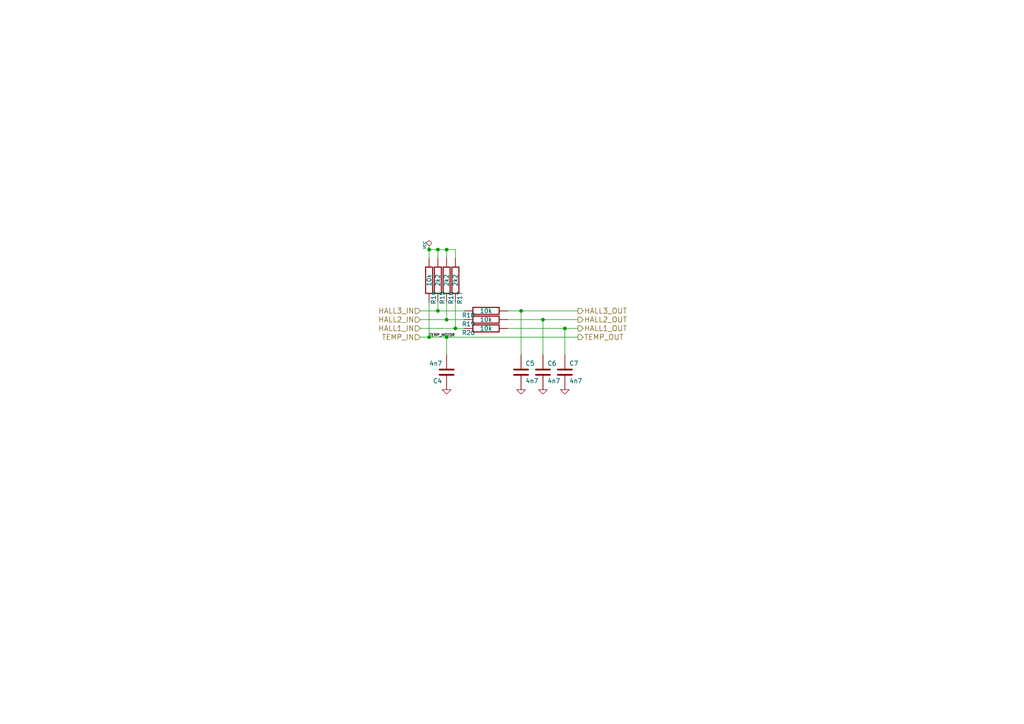
<source format=kicad_sch>
(kicad_sch (version 20250114) (generator "eeschema") (generator_version "9.0")
  (paper "A4")
  (title_block (title "BLDC Driver 4.11") (date "21 aug 2015") (rev "4.12") (company "Benjamin Vedder"))
  (lib_symbols
    (symbol "C-RESCUE-BLDC_4_1" (pin_numbers (hide yes)) (pin_names (offset 0.254))
      (property "Reference" "C" (at 0 2.54 0))
      (property "Value" "C-RESCUE-BLDC_4" (at 0.1524 -2.159 0))
      (symbol "C-RESCUE-BLDC_4_1_0_1"
        (polyline (pts (xy -2.032 0.762) (xy 2.032 0.762)) (stroke (width 0.508)))
        (polyline (pts (xy -2.032 -0.762) (xy 2.032 -0.762)) (stroke (width 0.508)))
      )
      (symbol "C-RESCUE-BLDC_4_1_1_1"
        (pin passive line (at 0 5.08 270) (length 4.318) (name "~") (number "1"))
        (pin passive line (at 0 -5.08 90) (length 4.318) (name "~") (number "2"))
      )
    )
    (symbol "C-RESCUE-BLDC_4_2" (pin_numbers (hide yes)) (pin_names (offset 0.254))
      (property "Reference" "C" (at 0 2.54 0))
      (property "Value" "C-RESCUE-BLDC_4" (at 0.1524 -2.159 0))
      (symbol "C-RESCUE-BLDC_4_2_0_1"
        (polyline (pts (xy -2.032 0.762) (xy 2.032 0.762)) (stroke (width 0.508)))
        (polyline (pts (xy -2.032 -0.762) (xy 2.032 -0.762)) (stroke (width 0.508)))
      )
      (symbol "C-RESCUE-BLDC_4_2_1_1"
        (pin passive line (at 0 5.08 270) (length 4.318) (name "~") (number "1"))
        (pin passive line (at 0 -5.08 90) (length 4.318) (name "~") (number "2"))
      )
    )
    (symbol "C-RESCUE-BLDC_4_3" (pin_numbers (hide yes)) (pin_names (offset 0.254))
      (property "Reference" "C" (at 0 2.54 0))
      (property "Value" "C-RESCUE-BLDC_4" (at 0.1524 -2.159 0))
      (symbol "C-RESCUE-BLDC_4_3_0_1"
        (polyline (pts (xy -2.032 0.762) (xy 2.032 0.762)) (stroke (width 0.508)))
        (polyline (pts (xy -2.032 -0.762) (xy 2.032 -0.762)) (stroke (width 0.508)))
      )
      (symbol "C-RESCUE-BLDC_4_3_1_1"
        (pin passive line (at 0 5.08 270) (length 4.318) (name "~") (number "1"))
        (pin passive line (at 0 -5.08 90) (length 4.318) (name "~") (number "2"))
      )
    )
    (symbol "C-RESCUE-BLDC_4_4" (pin_numbers (hide yes)) (pin_names (offset 0.254))
      (property "Reference" "C" (at 0 2.54 0))
      (property "Value" "C-RESCUE-BLDC_4" (at 0.1524 -2.159 0))
      (symbol "C-RESCUE-BLDC_4_4_0_1"
        (polyline (pts (xy -2.032 0.762) (xy 2.032 0.762)) (stroke (width 0.508)))
        (polyline (pts (xy -2.032 -0.762) (xy 2.032 -0.762)) (stroke (width 0.508)))
      )
      (symbol "C-RESCUE-BLDC_4_4_1_1"
        (pin passive line (at 0 5.08 270) (length 4.318) (name "~") (number "1"))
        (pin passive line (at 0 -5.08 90) (length 4.318) (name "~") (number "2"))
      )
    )
    (symbol "C-RESCUE-BLDC_4_5" (pin_numbers (hide yes)) (pin_names (offset 0.254))
      (property "Reference" "C" (at 0 2.54 0))
      (property "Value" "C-RESCUE-BLDC_4" (at 0.1524 -2.159 0))
      (symbol "C-RESCUE-BLDC_4_5_0_1"
        (polyline (pts (xy -2.032 0.762) (xy 2.032 0.762)) (stroke (width 0.508)))
        (polyline (pts (xy -2.032 -0.762) (xy 2.032 -0.762)) (stroke (width 0.508)))
      )
      (symbol "C-RESCUE-BLDC_4_5_1_1"
        (pin passive line (at 0 5.08 270) (length 4.318) (name "~") (number "1"))
        (pin passive line (at 0 -5.08 90) (length 4.318) (name "~") (number "2"))
      )
    )
    (symbol "C-RESCUE-BLDC_4_6" (pin_numbers (hide yes)) (pin_names (offset 0.254))
      (property "Reference" "C" (at 0 2.54 0))
      (property "Value" "C-RESCUE-BLDC_4" (at 0.1524 -2.159 0))
      (symbol "C-RESCUE-BLDC_4_6_0_1"
        (polyline (pts (xy -2.032 0.762) (xy 2.032 0.762)) (stroke (width 0.508)))
        (polyline (pts (xy -2.032 -0.762) (xy 2.032 -0.762)) (stroke (width 0.508)))
      )
      (symbol "C-RESCUE-BLDC_4_6_1_1"
        (pin passive line (at 0 5.08 270) (length 4.318) (name "~") (number "1"))
        (pin passive line (at 0 -5.08 90) (length 4.318) (name "~") (number "2"))
      )
    )
    (symbol "C-RESCUE-BLDC_4_7" (pin_numbers (hide yes)) (pin_names (offset 0.254))
      (property "Reference" "C" (at 0 2.54 0))
      (property "Value" "C-RESCUE-BLDC_4" (at 0.1524 -2.159 0))
      (symbol "C-RESCUE-BLDC_4_7_0_1"
        (polyline (pts (xy -2.032 0.762) (xy 2.032 0.762)) (stroke (width 0.508)))
        (polyline (pts (xy -2.032 -0.762) (xy 2.032 -0.762)) (stroke (width 0.508)))
      )
      (symbol "C-RESCUE-BLDC_4_7_1_1"
        (pin passive line (at 0 5.08 270) (length 4.318) (name "~") (number "1"))
        (pin passive line (at 0 -5.08 90) (length 4.318) (name "~") (number "2"))
      )
    )
    (symbol "C-RESCUE-BLDC_4_8" (pin_numbers (hide yes)) (pin_names (offset 0.254))
      (property "Reference" "C" (at 0 2.54 0))
      (property "Value" "C-RESCUE-BLDC_4" (at 0.1524 -2.159 0))
      (symbol "C-RESCUE-BLDC_4_8_0_1"
        (polyline (pts (xy -2.032 0.762) (xy 2.032 0.762)) (stroke (width 0.508)))
        (polyline (pts (xy -2.032 -0.762) (xy 2.032 -0.762)) (stroke (width 0.508)))
      )
      (symbol "C-RESCUE-BLDC_4_8_1_1"
        (pin passive line (at 0 5.08 270) (length 4.318) (name "~") (number "1"))
        (pin passive line (at 0 -5.08 90) (length 4.318) (name "~") (number "2"))
      )
    )
    (symbol "GND-RESCUE-BLDC_4_1" (power) (pin_names (offset 0))
      (symbol "GND-RESCUE-BLDC_4_1_0_1"
        (polyline (pts (xy -1.27 0) (xy 0 -1.27) (xy 1.27 0) (xy -1.27 0)))
      )
      (symbol "GND-RESCUE-BLDC_4_1_1_1"
        (pin power_in line (at 0 0 90) (length 0) (hide yes) (name "GND") (number "1"))
      )
    )
    (symbol "GND-RESCUE-BLDC_4_2" (power) (pin_names (offset 0))
      (symbol "GND-RESCUE-BLDC_4_2_0_1"
        (polyline (pts (xy -1.27 0) (xy 0 -1.27) (xy 1.27 0) (xy -1.27 0)))
      )
      (symbol "GND-RESCUE-BLDC_4_2_1_1"
        (pin power_in line (at 0 0 90) (length 0) (hide yes) (name "GND") (number "1"))
      )
    )
    (symbol "GND-RESCUE-BLDC_4_3" (power) (pin_names (offset 0))
      (symbol "GND-RESCUE-BLDC_4_3_0_1"
        (polyline (pts (xy -1.27 0) (xy 0 -1.27) (xy 1.27 0) (xy -1.27 0)))
      )
      (symbol "GND-RESCUE-BLDC_4_3_1_1"
        (pin power_in line (at 0 0 90) (length 0) (hide yes) (name "GND") (number "1"))
      )
    )
    (symbol "GND-RESCUE-BLDC_4_4" (power) (pin_names (offset 0))
      (symbol "GND-RESCUE-BLDC_4_4_0_1"
        (polyline (pts (xy -1.27 0) (xy 0 -1.27) (xy 1.27 0) (xy -1.27 0)))
      )
      (symbol "GND-RESCUE-BLDC_4_4_1_1"
        (pin power_in line (at 0 0 90) (length 0) (hide yes) (name "GND") (number "1"))
      )
    )
    (symbol "GND-RESCUE-BLDC_4_5" (power) (pin_names (offset 0))
      (symbol "GND-RESCUE-BLDC_4_5_0_1"
        (polyline (pts (xy -1.27 0) (xy 0 -1.27) (xy 1.27 0) (xy -1.27 0)))
      )
      (symbol "GND-RESCUE-BLDC_4_5_1_1"
        (pin power_in line (at 0 0 90) (length 0) (hide yes) (name "GND") (number "1"))
      )
    )
    (symbol "GND-RESCUE-BLDC_4_6" (power) (pin_names (offset 0))
      (symbol "GND-RESCUE-BLDC_4_6_0_1"
        (polyline (pts (xy -1.27 0) (xy 0 -1.27) (xy 1.27 0) (xy -1.27 0)))
      )
      (symbol "GND-RESCUE-BLDC_4_6_1_1"
        (pin power_in line (at 0 0 90) (length 0) (hide yes) (name "GND") (number "1"))
      )
    )
    (symbol "GND-RESCUE-BLDC_4_7" (power) (pin_names (offset 0))
      (symbol "GND-RESCUE-BLDC_4_7_0_1"
        (polyline (pts (xy -1.27 0) (xy 0 -1.27) (xy 1.27 0) (xy -1.27 0)))
      )
      (symbol "GND-RESCUE-BLDC_4_7_1_1"
        (pin power_in line (at 0 0 90) (length 0) (hide yes) (name "GND") (number "1"))
      )
    )
    (symbol "GND-RESCUE-BLDC_4_8" (power) (pin_names (offset 0))
      (symbol "GND-RESCUE-BLDC_4_8_0_1"
        (polyline (pts (xy -1.27 0) (xy 0 -1.27) (xy 1.27 0) (xy -1.27 0)))
      )
      (symbol "GND-RESCUE-BLDC_4_8_1_1"
        (pin power_in line (at 0 0 90) (length 0) (hide yes) (name "GND") (number "1"))
      )
    )
    (symbol "R-RESCUE-BLDC_4_1" (pin_numbers (hide yes)) (pin_names (offset 0))
      (property "Reference" "R" (at 2.032 0 90))
      (property "Value" "R-RESCUE-BLDC_4" (at 0.1778 0.0254 90))
      (symbol "R-RESCUE-BLDC_4_1_0_1"
        (rectangle (start -1.016 3.81) (end 1.016 -3.81) (stroke (width 0.3048)))
      )
      (symbol "R-RESCUE-BLDC_4_1_1_1"
        (pin passive line (at 0 6.35 270) (length 2.54) (name "~") (number "1"))
        (pin passive line (at 0 -6.35 90) (length 2.54) (name "~") (number "2"))
      )
    )
    (symbol "R-RESCUE-BLDC_4_10" (pin_numbers (hide yes)) (pin_names (offset 0))
      (property "Reference" "R" (at 2.032 0 90))
      (property "Value" "R-RESCUE-BLDC_4" (at 0.1778 0.0254 90))
      (symbol "R-RESCUE-BLDC_4_10_0_1"
        (rectangle (start -1.016 3.81) (end 1.016 -3.81) (stroke (width 0.3048)))
      )
      (symbol "R-RESCUE-BLDC_4_10_1_1"
        (pin passive line (at 0 6.35 270) (length 2.54) (name "~") (number "1"))
        (pin passive line (at 0 -6.35 90) (length 2.54) (name "~") (number "2"))
      )
    )
    (symbol "R-RESCUE-BLDC_4_11" (pin_numbers (hide yes)) (pin_names (offset 0))
      (property "Reference" "R" (at 2.032 0 90))
      (property "Value" "R-RESCUE-BLDC_4" (at 0.1778 0.0254 90))
      (symbol "R-RESCUE-BLDC_4_11_0_1"
        (rectangle (start -1.016 3.81) (end 1.016 -3.81) (stroke (width 0.3048)))
      )
      (symbol "R-RESCUE-BLDC_4_11_1_1"
        (pin passive line (at 0 6.35 270) (length 2.54) (name "~") (number "1"))
        (pin passive line (at 0 -6.35 90) (length 2.54) (name "~") (number "2"))
      )
    )
    (symbol "R-RESCUE-BLDC_4_12" (pin_numbers (hide yes)) (pin_names (offset 0))
      (property "Reference" "R" (at 2.032 0 90))
      (property "Value" "R-RESCUE-BLDC_4" (at 0.1778 0.0254 90))
      (symbol "R-RESCUE-BLDC_4_12_0_1"
        (rectangle (start -1.016 3.81) (end 1.016 -3.81) (stroke (width 0.3048)))
      )
      (symbol "R-RESCUE-BLDC_4_12_1_1"
        (pin passive line (at 0 6.35 270) (length 2.54) (name "~") (number "1"))
        (pin passive line (at 0 -6.35 90) (length 2.54) (name "~") (number "2"))
      )
    )
    (symbol "R-RESCUE-BLDC_4_13" (pin_numbers (hide yes)) (pin_names (offset 0))
      (property "Reference" "R" (at 2.032 0 90))
      (property "Value" "R-RESCUE-BLDC_4" (at 0.1778 0.0254 90))
      (symbol "R-RESCUE-BLDC_4_13_0_1"
        (rectangle (start -1.016 3.81) (end 1.016 -3.81) (stroke (width 0.3048)))
      )
      (symbol "R-RESCUE-BLDC_4_13_1_1"
        (pin passive line (at 0 6.35 270) (length 2.54) (name "~") (number "1"))
        (pin passive line (at 0 -6.35 90) (length 2.54) (name "~") (number "2"))
      )
    )
    (symbol "R-RESCUE-BLDC_4_14" (pin_numbers (hide yes)) (pin_names (offset 0))
      (property "Reference" "R" (at 2.032 0 90))
      (property "Value" "R-RESCUE-BLDC_4" (at 0.1778 0.0254 90))
      (symbol "R-RESCUE-BLDC_4_14_0_1"
        (rectangle (start -1.016 3.81) (end 1.016 -3.81) (stroke (width 0.3048)))
      )
      (symbol "R-RESCUE-BLDC_4_14_1_1"
        (pin passive line (at 0 6.35 270) (length 2.54) (name "~") (number "1"))
        (pin passive line (at 0 -6.35 90) (length 2.54) (name "~") (number "2"))
      )
    )
    (symbol "R-RESCUE-BLDC_4_2" (pin_numbers (hide yes)) (pin_names (offset 0))
      (property "Reference" "R" (at 2.032 0 90))
      (property "Value" "R-RESCUE-BLDC_4" (at 0.1778 0.0254 90))
      (symbol "R-RESCUE-BLDC_4_2_0_1"
        (rectangle (start -1.016 3.81) (end 1.016 -3.81) (stroke (width 0.3048)))
      )
      (symbol "R-RESCUE-BLDC_4_2_1_1"
        (pin passive line (at 0 6.35 270) (length 2.54) (name "~") (number "1"))
        (pin passive line (at 0 -6.35 90) (length 2.54) (name "~") (number "2"))
      )
    )
    (symbol "R-RESCUE-BLDC_4_3" (pin_numbers (hide yes)) (pin_names (offset 0))
      (property "Reference" "R" (at 2.032 0 90))
      (property "Value" "R-RESCUE-BLDC_4" (at 0.1778 0.0254 90))
      (symbol "R-RESCUE-BLDC_4_3_0_1"
        (rectangle (start -1.016 3.81) (end 1.016 -3.81) (stroke (width 0.3048)))
      )
      (symbol "R-RESCUE-BLDC_4_3_1_1"
        (pin passive line (at 0 6.35 270) (length 2.54) (name "~") (number "1"))
        (pin passive line (at 0 -6.35 90) (length 2.54) (name "~") (number "2"))
      )
    )
    (symbol "R-RESCUE-BLDC_4_4" (pin_numbers (hide yes)) (pin_names (offset 0))
      (property "Reference" "R" (at 2.032 0 90))
      (property "Value" "R-RESCUE-BLDC_4" (at 0.1778 0.0254 90))
      (symbol "R-RESCUE-BLDC_4_4_0_1"
        (rectangle (start -1.016 3.81) (end 1.016 -3.81) (stroke (width 0.3048)))
      )
      (symbol "R-RESCUE-BLDC_4_4_1_1"
        (pin passive line (at 0 6.35 270) (length 2.54) (name "~") (number "1"))
        (pin passive line (at 0 -6.35 90) (length 2.54) (name "~") (number "2"))
      )
    )
    (symbol "R-RESCUE-BLDC_4_5" (pin_numbers (hide yes)) (pin_names (offset 0))
      (property "Reference" "R" (at 2.032 0 90))
      (property "Value" "R-RESCUE-BLDC_4" (at 0.1778 0.0254 90))
      (symbol "R-RESCUE-BLDC_4_5_0_1"
        (rectangle (start -1.016 3.81) (end 1.016 -3.81) (stroke (width 0.3048)))
      )
      (symbol "R-RESCUE-BLDC_4_5_1_1"
        (pin passive line (at 0 6.35 270) (length 2.54) (name "~") (number "1"))
        (pin passive line (at 0 -6.35 90) (length 2.54) (name "~") (number "2"))
      )
    )
    (symbol "R-RESCUE-BLDC_4_6" (pin_numbers (hide yes)) (pin_names (offset 0))
      (property "Reference" "R" (at 2.032 0 90))
      (property "Value" "R-RESCUE-BLDC_4" (at 0.1778 0.0254 90))
      (symbol "R-RESCUE-BLDC_4_6_0_1"
        (rectangle (start -1.016 3.81) (end 1.016 -3.81) (stroke (width 0.3048)))
      )
      (symbol "R-RESCUE-BLDC_4_6_1_1"
        (pin passive line (at 0 6.35 270) (length 2.54) (name "~") (number "1"))
        (pin passive line (at 0 -6.35 90) (length 2.54) (name "~") (number "2"))
      )
    )
    (symbol "R-RESCUE-BLDC_4_7" (pin_numbers (hide yes)) (pin_names (offset 0))
      (property "Reference" "R" (at 2.032 0 90))
      (property "Value" "R-RESCUE-BLDC_4" (at 0.1778 0.0254 90))
      (symbol "R-RESCUE-BLDC_4_7_0_1"
        (rectangle (start -1.016 3.81) (end 1.016 -3.81) (stroke (width 0.3048)))
      )
      (symbol "R-RESCUE-BLDC_4_7_1_1"
        (pin passive line (at 0 6.35 270) (length 2.54) (name "~") (number "1"))
        (pin passive line (at 0 -6.35 90) (length 2.54) (name "~") (number "2"))
      )
    )
    (symbol "R-RESCUE-BLDC_4_8" (pin_numbers (hide yes)) (pin_names (offset 0))
      (property "Reference" "R" (at 2.032 0 90))
      (property "Value" "R-RESCUE-BLDC_4" (at 0.1778 0.0254 90))
      (symbol "R-RESCUE-BLDC_4_8_0_1"
        (rectangle (start -1.016 3.81) (end 1.016 -3.81) (stroke (width 0.3048)))
      )
      (symbol "R-RESCUE-BLDC_4_8_1_1"
        (pin passive line (at 0 6.35 270) (length 2.54) (name "~") (number "1"))
        (pin passive line (at 0 -6.35 90) (length 2.54) (name "~") (number "2"))
      )
    )
    (symbol "R-RESCUE-BLDC_4_9" (pin_numbers (hide yes)) (pin_names (offset 0))
      (property "Reference" "R" (at 2.032 0 90))
      (property "Value" "R-RESCUE-BLDC_4" (at 0.1778 0.0254 90))
      (symbol "R-RESCUE-BLDC_4_9_0_1"
        (rectangle (start -1.016 3.81) (end 1.016 -3.81) (stroke (width 0.3048)))
      )
      (symbol "R-RESCUE-BLDC_4_9_1_1"
        (pin passive line (at 0 6.35 270) (length 2.54) (name "~") (number "1"))
        (pin passive line (at 0 -6.35 90) (length 2.54) (name "~") (number "2"))
      )
    )
    (symbol "VCC_1" (power) (pin_names (offset 0))
      (property "Value" "VCC" (at 0 3.81 0))
      (symbol "VCC_1_0_1"
        (circle (center 0 1.905) (radius 0.635))
        (polyline (pts (xy 0 0) (xy 0 1.27)))
      )
      (symbol "VCC_1_1_1"
        (pin power_in line (at 0 0 90) (length 0) (hide yes) (name "VCC") (number "1"))
      )
    )
    (symbol "VCC_2" (power) (pin_names (offset 0))
      (property "Value" "VCC" (at 0 3.81 0))
      (symbol "VCC_2_0_1"
        (circle (center 0 1.905) (radius 0.635))
        (polyline (pts (xy 0 0) (xy 0 1.27)))
      )
      (symbol "VCC_2_1_1"
        (pin power_in line (at 0 0 90) (length 0) (hide yes) (name "VCC") (number "1"))
      )
    )
  )
  (junction (at 124.46 97.79))
  (junction (at 129.54 97.79))
  (junction (at 157.48 92.71))
  (junction (at 151.13 90.17))
  (junction (at 129.54 72.39))
  (junction (at 132.08 95.25))
  (junction (at 127 72.39))
  (junction (at 127 90.17))
  (junction (at 124.46 72.39))
  (junction (at 129.54 92.71))
  (junction (at 163.83 95.25))
  (wire (pts (xy 132.08 72.39) (xy 132.08 74.93)))
  (wire (pts (xy 151.13 90.17) (xy 151.13 102.87)))
  (wire (pts (xy 124.46 72.39) (xy 124.46 74.93)))
  (wire (pts (xy 132.08 87.63) (xy 132.08 95.25)))
  (wire (pts (xy 129.54 87.63) (xy 129.54 92.71)))
  (wire (pts (xy 129.54 97.79) (xy 129.54 102.87)))
  (wire (pts (xy 129.54 72.39) (xy 129.54 74.93)))
  (wire (pts (xy 124.46 97.79) (xy 129.54 97.79)))
  (wire (pts (xy 147.32 90.17) (xy 151.13 90.17)))
  (wire (pts (xy 163.83 95.25) (xy 163.83 102.87)))
  (wire (pts (xy 157.48 92.71) (xy 157.48 102.87)))
  (wire (pts (xy 129.54 72.39) (xy 132.08 72.39)))
  (wire (pts (xy 127 87.63) (xy 127 90.17)))
  (wire (pts (xy 127 72.39) (xy 129.54 72.39)))
  (wire (pts (xy 121.92 92.71) (xy 129.54 92.71)))
  (wire (pts (xy 163.83 95.25) (xy 167.64 95.25)))
  (wire (pts (xy 129.54 97.79) (xy 167.64 97.79)))
  (wire (pts (xy 121.92 90.17) (xy 127 90.17)))
  (wire (pts (xy 132.08 95.25) (xy 134.62 95.25)))
  (wire (pts (xy 129.54 92.71) (xy 134.62 92.71)))
  (wire (pts (xy 124.46 87.63) (xy 124.46 97.79)))
  (wire (pts (xy 147.32 95.25) (xy 163.83 95.25)))
  (wire (pts (xy 157.48 92.71) (xy 167.64 92.71)))
  (wire (pts (xy 127 90.17) (xy 134.62 90.17)))
  (wire (pts (xy 151.13 90.17) (xy 167.64 90.17)))
  (wire (pts (xy 121.92 97.79) (xy 124.46 97.79)))
  (wire (pts (xy 121.92 95.25) (xy 132.08 95.25)))
  (wire (pts (xy 127 74.93) (xy 127 72.39)))
  (wire (pts (xy 147.32 92.71) (xy 157.48 92.71)))
  (wire (pts (xy 124.46 72.39) (xy 127 72.39)))
  (label "TEMP_MOTOR" (at 124.46 97.79 0) (effects (font (size 0.762 0.762))))
  (hierarchical_label "HALL2_OUT" (shape output) (at 167.64 92.71 0) (effects (font (size 1.524 1.524))))
  (hierarchical_label "HALL2_IN" (shape input) (at 121.92 92.71 180) (effects (font (size 1.524 1.524))))
  (hierarchical_label "HALL1_OUT" (shape output) (at 167.64 95.25 0) (effects (font (size 1.524 1.524))))
  (hierarchical_label "HALL3_IN" (shape input) (at 121.92 90.17 180) (effects (font (size 1.524 1.524))))
  (hierarchical_label "HALL1_IN" (shape input) (at 121.92 95.25 180) (effects (font (size 1.524 1.524))))
  (hierarchical_label "TEMP_IN" (shape input) (at 121.92 97.79 180) (effects (font (size 1.524 1.524))))
  (hierarchical_label "TEMP_OUT" (shape output) (at 167.64 97.79 0) (effects (font (size 1.524 1.524))))
  (hierarchical_label "HALL3_OUT" (shape output) (at 167.64 90.17 0) (effects (font (size 1.524 1.524))))
  (symbol (lib_name "R-RESCUE-BLDC_4_13") (lib_id "BLDC_4-rescue:R-RESCUE-BLDC_4") (at 124.46 81.28 180) (unit 1)
    (property "Reference" "R14" (at 125.73 86.36 90))
    (property "Value" "10k" (at 124.46 81.28 90))
    (property "Footprint" "CRF1:SMD-0603_r" (effects (hide yes)))
  )
  (symbol (lib_name "R-RESCUE-BLDC_4_8") (lib_id "BLDC_4-rescue:R-RESCUE-BLDC_4") (at 140.97 95.25 90) (unit 1)
    (property "Reference" "R20" (at 135.89 96.52 90))
    (property "Value" "10k" (at 140.97 95.25 90))
    (property "Footprint" "CRF1:SMD-0603_r" (effects (hide yes)))
  )
  (symbol (lib_name "R-RESCUE-BLDC_4_9") (lib_id "BLDC_4-rescue:R-RESCUE-BLDC_4") (at 140.97 92.71 90) (unit 1)
    (property "Reference" "R19" (at 135.89 93.98 90))
    (property "Value" "10k" (at 140.97 92.71 90))
    (property "Footprint" "CRF1:SMD-0603_r" (effects (hide yes)))
  )
  (symbol (lib_name "R-RESCUE-BLDC_4_10") (lib_id "BLDC_4-rescue:R-RESCUE-BLDC_4") (at 140.97 90.17 90) (unit 1)
    (property "Reference" "R18" (at 135.89 91.44 90))
    (property "Value" "10k" (at 140.97 90.17 90))
    (property "Footprint" "CRF1:SMD-0603_r" (effects (hide yes)))
  )
  (symbol (lib_name "C-RESCUE-BLDC_4_6") (lib_id "BLDC_4-rescue:C-RESCUE-BLDC_4") (at 151.13 107.95 0) (unit 1)
    (property "Reference" "C5" (at 152.4 105.41 0) (effects (justify left)))
    (property "Value" "4n7" (at 152.4 110.49 0) (effects (justify left)))
    (property "Footprint" "CRF1:SMD-0603_c" (effects (hide yes)))
  )
  (symbol (lib_name "C-RESCUE-BLDC_4_7") (lib_id "BLDC_4-rescue:C-RESCUE-BLDC_4") (at 157.48 107.95 0) (unit 1)
    (property "Reference" "C6" (at 158.75 105.41 0) (effects (justify left)))
    (property "Value" "4n7" (at 158.75 110.49 0) (effects (justify left)))
    (property "Footprint" "CRF1:SMD-0603_c" (effects (hide yes)))
  )
  (symbol (lib_name "C-RESCUE-BLDC_4_8") (lib_id "BLDC_4-rescue:C-RESCUE-BLDC_4") (at 163.83 107.95 0) (unit 1)
    (property "Reference" "C7" (at 165.1 105.41 0) (effects (justify left)))
    (property "Value" "4n7" (at 165.1 110.49 0) (effects (justify left)))
    (property "Footprint" "CRF1:SMD-0603_c" (effects (hide yes)))
  )
  (symbol (lib_name "GND-RESCUE-BLDC_4_6") (lib_id "BLDC_4-rescue:GND-RESCUE-BLDC_4") (at 151.13 113.03 0) (unit 1)
    (property "Reference" "#PWR030" (effects (hide yes)))
    (property "Value" "GND" (effects (hide yes)))
  )
  (symbol (lib_name "R-RESCUE-BLDC_4_14") (lib_id "BLDC_4-rescue:R-RESCUE-BLDC_4") (at 127 81.28 180) (unit 1)
    (property "Reference" "R15" (at 128.27 86.36 90))
    (property "Value" "2k2" (at 127 81.28 90))
    (property "Footprint" "CRF1:SMD-0603_r" (effects (hide yes)))
  )
  (symbol (lib_name "R-RESCUE-BLDC_4_11") (lib_id "BLDC_4-rescue:R-RESCUE-BLDC_4") (at 129.54 81.28 180) (unit 1)
    (property "Reference" "R16" (at 130.81 86.36 90))
    (property "Value" "2k2" (at 129.54 81.28 90))
    (property "Footprint" "CRF1:SMD-0603_r" (effects (hide yes)))
  )
  (symbol (lib_name "R-RESCUE-BLDC_4_12") (lib_id "BLDC_4-rescue:R-RESCUE-BLDC_4") (at 132.08 81.28 180) (unit 1)
    (property "Reference" "R17" (at 133.35 86.36 90))
    (property "Value" "2k2" (at 132.08 81.28 90))
    (property "Footprint" "CRF1:SMD-0603_r" (effects (hide yes)))
  )
  (symbol (lib_name "C-RESCUE-BLDC_4_5") (lib_id "BLDC_4-rescue:C-RESCUE-BLDC_4") (at 129.54 107.95 180) (unit 1)
    (property "Reference" "C4" (at 128.27 110.49 0) (effects (justify left)))
    (property "Value" "4n7" (at 128.27 105.41 0) (effects (justify left)))
    (property "Footprint" "CRF1:SMD-0603_c" (effects (hide yes)))
  )
  (symbol (lib_name "GND-RESCUE-BLDC_4_5") (lib_id "BLDC_4-rescue:GND-RESCUE-BLDC_4") (at 129.54 113.03 0) (unit 1)
    (property "Reference" "#PWR029" (effects (hide yes)))
    (property "Value" "GND" (effects (hide yes)))
  )
  (symbol (lib_name "VCC_2") (lib_id "BLDC_4-rescue:VCC") (at 124.46 72.39 0) (unit 1)
    (property "Reference" "#PWR028" (effects (hide yes)))
    (property "Value" "VCC" (at 123.19 71.12 90) (effects (font (size 0.762 0.762))))
  )
  (symbol (lib_name "GND-RESCUE-BLDC_4_7") (lib_id "BLDC_4-rescue:GND-RESCUE-BLDC_4") (at 157.48 113.03 0) (unit 1)
    (property "Reference" "#PWR031" (effects (hide yes)))
    (property "Value" "GND" (effects (hide yes)))
  )
  (symbol (lib_name "GND-RESCUE-BLDC_4_8") (lib_id "BLDC_4-rescue:GND-RESCUE-BLDC_4") (at 163.83 113.03 0) (unit 1)
    (property "Reference" "#PWR032" (effects (hide yes)))
    (property "Value" "GND" (effects (hide yes)))
  )
)
</source>
